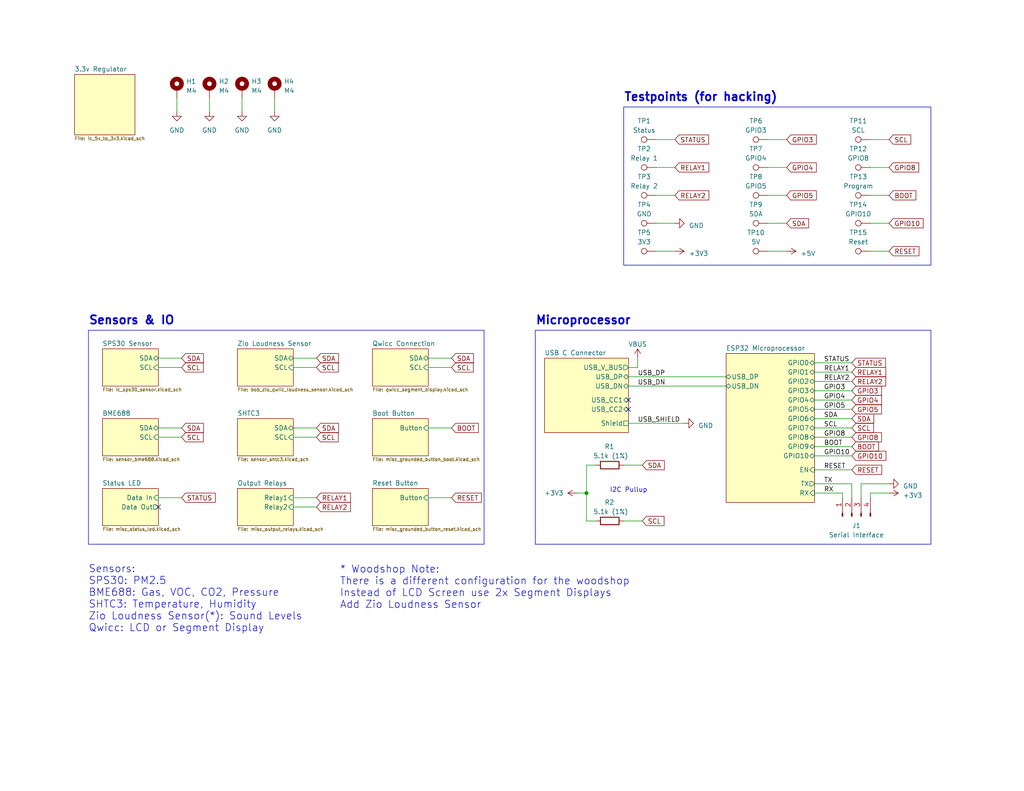
<source format=kicad_sch>
(kicad_sch (version 20230121) (generator eeschema)
  (paper "USLetter")
  (title_block (title "Kwartzlab Environmental Sensor") (date "2023-03-24") (rev "1") (company "Created By: Erin Reed (FireLabs - www.firelabs.ca)"))
  (lib_symbols
    (symbol "Connector:Conn_01x04_Pin" (pin_names (offset 1.016) hide)
      (property "Reference" "J" (at 0 5.08 0))
      (property "Value" "Conn_01x04_Pin" (at 0 -7.62 0))
      (symbol "Conn_01x04_Pin_1_1"
        (polyline (pts (xy 1.27 -5.08) (xy 0.8636 -5.08)) (stroke (width 0.1524)))
        (polyline (pts (xy 1.27 -2.54) (xy 0.8636 -2.54)) (stroke (width 0.1524)))
        (polyline (pts (xy 1.27 0) (xy 0.8636 0)) (stroke (width 0.1524)))
        (polyline (pts (xy 1.27 2.54) (xy 0.8636 2.54)) (stroke (width 0.1524)))
        (rectangle (start 0.8636 -4.953) (end 0 -5.207) (stroke (width 0.1524)) (fill (type outline)))
        (rectangle (start 0.8636 -2.413) (end 0 -2.667) (stroke (width 0.1524)) (fill (type outline)))
        (rectangle (start 0.8636 0.127) (end 0 -0.127) (stroke (width 0.1524)) (fill (type outline)))
        (rectangle (start 0.8636 2.667) (end 0 2.413) (stroke (width 0.1524)) (fill (type outline)))
        (pin passive line (at 5.08 2.54 180) (length 3.81) (name "Pin_1") (number "1"))
        (pin passive line (at 5.08 0 180) (length 3.81) (name "Pin_2") (number "2"))
        (pin passive line (at 5.08 -2.54 180) (length 3.81) (name "Pin_3") (number "3"))
        (pin passive line (at 5.08 -5.08 180) (length 3.81) (name "Pin_4") (number "4"))
      )
    )
    (symbol "Connector:TestPoint" (pin_numbers hide) (pin_names (offset 0.762) hide)
      (property "Reference" "TP" (at 0 6.858 0))
      (property "Value" "TestPoint" (at 0 5.08 0))
      (symbol "TestPoint_0_1"
        (circle (center 0 3.302) (radius 0.762))
      )
      (symbol "TestPoint_1_1"
        (pin passive line (at 0 0 90) (length 2.54) (name "1") (number "1"))
      )
    )
    (symbol "Device:R" (pin_numbers hide) (pin_names (offset 0))
      (property "Reference" "R" (at 2.032 0 90))
      (property "Value" "R" (at 0 0 90))
      (symbol "R_0_1"
        (rectangle (start -1.016 -2.54) (end 1.016 2.54) (stroke (width 0.254)))
      )
      (symbol "R_1_1"
        (pin passive line (at 0 3.81 270) (length 1.27) (name "~") (number "1"))
        (pin passive line (at 0 -3.81 90) (length 1.27) (name "~") (number "2"))
      )
    )
    (symbol "Mechanical:MountingHole_Pad" (pin_numbers hide) (pin_names (offset 1.016) hide)
      (property "Reference" "H" (at 0 6.35 0))
      (property "Value" "MountingHole_Pad" (at 0 4.445 0))
      (symbol "MountingHole_Pad_0_1"
        (circle (center 0 1.27) (radius 1.27) (stroke (width 1.27)))
      )
      (symbol "MountingHole_Pad_1_1"
        (pin input line (at 0 -2.54 90) (length 2.54) (name "1") (number "1"))
      )
    )
    (symbol "power:+3V3" (power) (pin_names (offset 0))
      (property "Value" "+3V3" (at 0 3.556 0))
      (symbol "+3V3_0_1"
        (polyline (pts (xy -0.762 1.27) (xy 0 2.54)))
        (polyline (pts (xy 0 0) (xy 0 2.54)))
        (polyline (pts (xy 0 2.54) (xy 0.762 1.27)))
      )
      (symbol "+3V3_1_1"
        (pin power_in line (at 0 0 90) (length 0) hide (name "+3V3") (number "1"))
      )
    )
    (symbol "power:+5V" (power) (pin_names (offset 0))
      (property "Value" "+5V" (at 0 3.556 0))
      (symbol "+5V_0_1"
        (polyline (pts (xy -0.762 1.27) (xy 0 2.54)))
        (polyline (pts (xy 0 0) (xy 0 2.54)))
        (polyline (pts (xy 0 2.54) (xy 0.762 1.27)))
      )
      (symbol "+5V_1_1"
        (pin power_in line (at 0 0 90) (length 0) hide (name "+5V") (number "1"))
      )
    )
    (symbol "power:GND" (power) (pin_names (offset 0))
      (property "Value" "GND" (at 0 -3.81 0))
      (symbol "GND_0_1"
        (polyline (pts (xy 0 0) (xy 0 -1.27) (xy 1.27 -1.27) (xy 0 -2.54) (xy -1.27 -1.27) (xy 0 -1.27)))
      )
      (symbol "GND_1_1"
        (pin power_in line (at 0 0 270) (length 0) hide (name "GND") (number "1"))
      )
    )
    (symbol "power:VUSB" (power) (pin_names (offset 0))
      (property "Value" "VUSB" (at 0 3.81 0))
      (symbol "VUSB_0_1"
        (polyline (pts (xy -0.762 1.27) (xy 0 2.54)))
        (polyline (pts (xy 0 0) (xy 0 2.54)))
        (polyline (pts (xy 0 2.54) (xy 0.762 1.27)))
      )
      (symbol "VUSB_1_1"
        (pin power_in line (at 0 0 90) (length 0) hide (name "VBUS") (number "1"))
      )
    )
  )
  (junction (at 160.02 134.62))
  (no_connect (at 171.45 109.22))
  (no_connect (at 43.18 138.43))
  (no_connect (at 171.45 111.76))
  (wire (pts (xy 74.93 26.67) (xy 74.93 30.48)))
  (wire (pts (xy 179.07 53.34) (xy 184.15 53.34)))
  (wire (pts (xy 222.25 106.68) (xy 232.41 106.68)))
  (wire (pts (xy 232.41 135.89) (xy 232.41 132.08)))
  (wire (pts (xy 57.15 26.67) (xy 57.15 30.48)))
  (wire (pts (xy 116.84 116.84) (xy 123.19 116.84)))
  (wire (pts (xy 116.84 135.89) (xy 123.19 135.89)))
  (wire (pts (xy 209.55 45.72) (xy 214.63 45.72)))
  (wire (pts (xy 222.25 99.06) (xy 232.41 99.06)))
  (wire (pts (xy 222.25 128.27) (xy 232.41 128.27)))
  (wire (pts (xy 229.87 135.89) (xy 229.87 134.62)))
  (wire (pts (xy 80.01 119.38) (xy 86.36 119.38)))
  (wire (pts (xy 179.07 38.1) (xy 184.15 38.1)))
  (wire (pts (xy 80.01 100.33) (xy 86.36 100.33)))
  (wire (pts (xy 222.25 111.76) (xy 232.41 111.76)))
  (wire (pts (xy 222.25 109.22) (xy 232.41 109.22)))
  (wire (pts (xy 237.49 134.62) (xy 242.57 134.62)))
  (wire (pts (xy 242.57 132.08) (xy 234.95 132.08)))
  (wire (pts (xy 43.18 97.79) (xy 49.53 97.79)))
  (wire (pts (xy 170.18 142.24) (xy 175.26 142.24)))
  (wire (pts (xy 237.49 53.34) (xy 242.57 53.34)))
  (wire (pts (xy 162.56 127) (xy 160.02 127)))
  (wire (pts (xy 48.26 26.67) (xy 48.26 30.48)))
  (wire (pts (xy 237.49 68.58) (xy 242.57 68.58)))
  (wire (pts (xy 173.99 97.79) (xy 173.99 100.33)))
  (wire (pts (xy 80.01 116.84) (xy 86.36 116.84)))
  (wire (pts (xy 222.25 116.84) (xy 232.41 116.84)))
  (wire (pts (xy 222.25 132.08) (xy 232.41 132.08)))
  (wire (pts (xy 160.02 127) (xy 160.02 134.62)))
  (wire (pts (xy 160.02 142.24) (xy 162.56 142.24)))
  (wire (pts (xy 80.01 138.43) (xy 86.36 138.43)))
  (wire (pts (xy 43.18 116.84) (xy 49.53 116.84)))
  (wire (pts (xy 179.07 45.72) (xy 184.15 45.72)))
  (wire (pts (xy 80.01 97.79) (xy 86.36 97.79)))
  (wire (pts (xy 116.84 100.33) (xy 123.19 100.33)))
  (wire (pts (xy 66.04 26.67) (xy 66.04 30.48)))
  (wire (pts (xy 43.18 135.89) (xy 49.53 135.89)))
  (wire (pts (xy 179.07 60.96) (xy 184.15 60.96)))
  (wire (pts (xy 80.01 135.89) (xy 86.36 135.89)))
  (wire (pts (xy 209.55 53.34) (xy 214.63 53.34)))
  (wire (pts (xy 222.25 121.92) (xy 232.41 121.92)))
  (wire (pts (xy 173.99 100.33) (xy 171.45 100.33)))
  (wire (pts (xy 157.48 134.62) (xy 160.02 134.62)))
  (wire (pts (xy 43.18 119.38) (xy 49.53 119.38)))
  (wire (pts (xy 222.25 101.6) (xy 232.41 101.6)))
  (wire (pts (xy 222.25 114.3) (xy 232.41 114.3)))
  (wire (pts (xy 237.49 45.72) (xy 242.57 45.72)))
  (wire (pts (xy 171.45 102.87) (xy 198.12 102.87)))
  (wire (pts (xy 209.55 60.96) (xy 214.63 60.96)))
  (wire (pts (xy 160.02 142.24) (xy 160.02 134.62)))
  (wire (pts (xy 179.07 68.58) (xy 184.15 68.58)))
  (wire (pts (xy 222.25 104.14) (xy 232.41 104.14)))
  (wire (pts (xy 237.49 60.96) (xy 242.57 60.96)))
  (wire (pts (xy 222.25 134.62) (xy 229.87 134.62)))
  (wire (pts (xy 170.18 127) (xy 175.26 127)))
  (wire (pts (xy 171.45 105.41) (xy 198.12 105.41)))
  (wire (pts (xy 116.84 97.79) (xy 123.19 97.79)))
  (wire (pts (xy 234.95 132.08) (xy 234.95 135.89)))
  (wire (pts (xy 171.45 115.57) (xy 186.69 115.57)))
  (wire (pts (xy 43.18 100.33) (xy 49.53 100.33)))
  (wire (pts (xy 209.55 68.58) (xy 214.63 68.58)))
  (wire (pts (xy 237.49 135.89) (xy 237.49 134.62)))
  (wire (pts (xy 237.49 38.1) (xy 242.57 38.1)))
  (wire (pts (xy 222.25 119.38) (xy 232.41 119.38)))
  (wire (pts (xy 222.25 124.46) (xy 232.41 124.46)))
  (wire (pts (xy 209.55 38.1) (xy 214.63 38.1)))
  (rectangle (start 170.18 29.21) (end 254 72.39))
  (rectangle (start 24.13 90.17) (end 132.08 148.59))
  (rectangle (start 146.05 90.17) (end 254 148.59))
  (text "* Woodshop Note:\nThere is a different configuration for the woodshop\nInstead of LCD Screen use 2x Segment Displays\nAdd Zio Loudness Sensor\n" (at 92.71 166.37 0) (effects (font (size 2 2)) (justify left bottom)))
  (text "Sensors & IO" (at 24.13 88.9 0) (effects (font (size 2.27 2.27) (thickness 0.454) bold) (justify left bottom)))
  (text "I2C Pullup" (at 166.37 134.62 0) (effects (font (size 1.27 1.27)) (justify left bottom)))
  (text "Microprocessor" (at 146.05 88.9 0) (effects (font (size 2.27 2.27) (thickness 0.454) bold) (justify left bottom)))
  (text "Testpoints (for hacking)" (at 170.18 27.94 0) (effects (font (size 2.27 2.27) (thickness 0.454) bold) (justify left bottom)))
  (text "Sensors:\nSPS30: PM2.5\nBME688: Gas, VOC, CO2, Pressure\nSHTC3: Temperature, Humidity\nZio Loudness Sensor(*): Sound Levels\nQwicc: LCD or Segment Display" (at 24.13 172.72 0) (effects (font (size 2 2)) (justify left bottom)))
  (label "RELAY2" (at 224.79 104.14 0))
  (label "GPIO3" (at 224.79 106.68 0))
  (label "TX" (at 224.79 132.08 0))
  (label "SDA" (at 224.79 114.3 0))
  (label "USB_DP" (at 173.99 102.87 0))
  (label "GPIO10" (at 224.79 124.46 0))
  (label "RX" (at 224.79 134.62 0))
  (label "USB_DN" (at 173.99 105.41 0))
  (label "STATUS" (at 224.79 99.06 0))
  (label "BOOT" (at 224.79 121.92 0))
  (label "GPIO4" (at 224.79 109.22 0))
  (label "RESET" (at 224.79 128.27 0))
  (label "USB_SHIELD" (at 173.99 115.57 0))
  (label "RELAY1" (at 224.79 101.6 0))
  (label "SCL" (at 224.79 116.84 0))
  (label "GPIO8" (at 224.79 119.38 0))
  (label "GPIO5" (at 224.79 111.76 0))
  (global_label "STATUS" (shape input) (at 49.53 135.89 0) (property "Intersheetrefs" "${INTERSHEET_REFS}" (effects hide)))
  (global_label "SCL" (shape input) (at 175.26 142.24 0) (property "Intersheetrefs" "${INTERSHEET_REFS}" (effects hide)))
  (global_label "RELAY1" (shape input) (at 232.41 101.6 0) (property "Intersheetrefs" "${INTERSHEET_REFS}" (effects hide)))
  (global_label "RELAY2" (shape input) (at 232.41 104.14 0) (property "Intersheetrefs" "${INTERSHEET_REFS}" (effects hide)))
  (global_label "GPIO4" (shape input) (at 232.41 109.22 0) (property "Intersheetrefs" "${INTERSHEET_REFS}" (effects hide)))
  (global_label "BOOT" (shape input) (at 123.19 116.84 0) (property "Intersheetrefs" "${INTERSHEET_REFS}" (effects hide)))
  (global_label "SDA" (shape input) (at 175.26 127 0) (property "Intersheetrefs" "${INTERSHEET_REFS}" (effects hide)))
  (global_label "GPIO3" (shape input) (at 214.63 38.1 0) (property "Intersheetrefs" "${INTERSHEET_REFS}" (effects hide)))
  (global_label "GPIO8" (shape input) (at 242.57 45.72 0) (property "Intersheetrefs" "${INTERSHEET_REFS}" (effects hide)))
  (global_label "GPIO4" (shape input) (at 214.63 45.72 0) (property "Intersheetrefs" "${INTERSHEET_REFS}" (effects hide)))
  (global_label "GPIO8" (shape input) (at 232.41 119.38 0) (property "Intersheetrefs" "${INTERSHEET_REFS}" (effects hide)))
  (global_label "SDA" (shape input) (at 232.41 114.3 0) (property "Intersheetrefs" "${INTERSHEET_REFS}" (effects hide)))
  (global_label "SCL" (shape input) (at 49.53 119.38 0) (property "Intersheetrefs" "${INTERSHEET_REFS}" (effects hide)))
  (global_label "STATUS" (shape input) (at 232.41 99.06 0) (property "Intersheetrefs" "${INTERSHEET_REFS}" (effects hide)))
  (global_label "GPIO10" (shape input) (at 232.41 124.46 0) (property "Intersheetrefs" "${INTERSHEET_REFS}" (effects hide)))
  (global_label "RESET" (shape input) (at 232.41 128.27 0) (property "Intersheetrefs" "${INTERSHEET_REFS}" (effects hide)))
  (global_label "RELAY1" (shape input) (at 86.36 135.89 0) (property "Intersheetrefs" "${INTERSHEET_REFS}" (effects hide)))
  (global_label "SCL" (shape input) (at 86.36 119.38 0) (property "Intersheetrefs" "${INTERSHEET_REFS}" (effects hide)))
  (global_label "RELAY2" (shape input) (at 184.15 53.34 0) (property "Intersheetrefs" "${INTERSHEET_REFS}" (effects hide)))
  (global_label "SDA" (shape input) (at 49.53 97.79 0) (property "Intersheetrefs" "${INTERSHEET_REFS}" (effects hide)))
  (global_label "GPIO3" (shape input) (at 232.41 106.68 0) (property "Intersheetrefs" "${INTERSHEET_REFS}" (effects hide)))
  (global_label "BOOT" (shape input) (at 232.41 121.92 0) (property "Intersheetrefs" "${INTERSHEET_REFS}" (effects hide)))
  (global_label "RESET" (shape input) (at 242.57 68.58 0) (property "Intersheetrefs" "${INTERSHEET_REFS}" (effects hide)))
  (global_label "SDA" (shape input) (at 86.36 97.79 0) (property "Intersheetrefs" "${INTERSHEET_REFS}" (effects hide)))
  (global_label "SDA" (shape input) (at 86.36 116.84 0) (property "Intersheetrefs" "${INTERSHEET_REFS}" (effects hide)))
  (global_label "SCL" (shape input) (at 232.41 116.84 0) (property "Intersheetrefs" "${INTERSHEET_REFS}" (effects hide)))
  (global_label "BOOT" (shape input) (at 242.57 53.34 0) (property "Intersheetrefs" "${INTERSHEET_REFS}" (effects hide)))
  (global_label "GPIO5" (shape input) (at 232.41 111.76 0) (property "Intersheetrefs" "${INTERSHEET_REFS}" (effects hide)))
  (global_label "GPIO5" (shape input) (at 214.63 53.34 0) (property "Intersheetrefs" "${INTERSHEET_REFS}" (effects hide)))
  (global_label "GPIO10" (shape input) (at 242.57 60.96 0) (property "Intersheetrefs" "${INTERSHEET_REFS}" (effects hide)))
  (global_label "SDA" (shape input) (at 49.53 116.84 0) (property "Intersheetrefs" "${INTERSHEET_REFS}" (effects hide)))
  (global_label "STATUS" (shape input) (at 184.15 38.1 0) (property "Intersheetrefs" "${INTERSHEET_REFS}" (effects hide)))
  (global_label "SDA" (shape input) (at 123.19 97.79 0) (property "Intersheetrefs" "${INTERSHEET_REFS}" (effects hide)))
  (global_label "RELAY2" (shape input) (at 86.36 138.43 0) (property "Intersheetrefs" "${INTERSHEET_REFS}" (effects hide)))
  (global_label "RESET" (shape input) (at 123.19 135.89 0) (property "Intersheetrefs" "${INTERSHEET_REFS}" (effects hide)))
  (global_label "SCL" (shape input) (at 49.53 100.33 0) (property "Intersheetrefs" "${INTERSHEET_REFS}" (effects hide)))
  (global_label "SCL" (shape input) (at 242.57 38.1 0) (property "Intersheetrefs" "${INTERSHEET_REFS}" (effects hide)))
  (global_label "SDA" (shape input) (at 214.63 60.96 0) (property "Intersheetrefs" "${INTERSHEET_REFS}" (effects hide)))
  (global_label "RELAY1" (shape input) (at 184.15 45.72 0) (property "Intersheetrefs" "${INTERSHEET_REFS}" (effects hide)))
  (global_label "SCL" (shape input) (at 86.36 100.33 0) (property "Intersheetrefs" "${INTERSHEET_REFS}" (effects hide)))
  (global_label "SCL" (shape input) (at 123.19 100.33 0) (property "Intersheetrefs" "${INTERSHEET_REFS}" (effects hide)))
  (symbol (lib_id "Connector:TestPoint") (at 179.07 53.34 90) (unit 1)
    (property "Reference" "TP3" (at 175.768 48.26 90))
    (property "Value" "Relay 2" (at 175.768 50.8 90))
    (property "Footprint" "TestPoint:TestPoint_Pad_D1.0mm" (effects hide))
  )
  (symbol (lib_id "Connector:TestPoint") (at 179.07 45.72 90) (unit 1)
    (property "Reference" "TP2" (at 175.768 40.64 90))
    (property "Value" "Relay 1" (at 175.768 43.18 90))
    (property "Footprint" "TestPoint:TestPoint_Pad_D1.0mm" (effects hide))
  )
  (symbol (lib_id "Connector:Conn_01x04_Pin") (at 232.41 140.97 90) (unit 1)
    (property "Reference" "J1" (at 233.68 143.51 90))
    (property "Value" "Serial Interface" (at 233.68 146.05 90))
    (property "Footprint" "Connector_PinHeader_2.54mm:PinHeader_1x04_P2.54mm_Vertical" (effects hide))
  )
  (symbol (lib_id "Mechanical:MountingHole_Pad") (at 66.04 24.13 0) (unit 1)
    (property "Reference" "H3" (at 68.58 22.225 0) (effects (justify left)))
    (property "Value" "M4" (at 68.58 24.765 0) (effects (justify left)))
    (property "Footprint" "MountingHole:MountingHole_4.3mm_M4_Pad_Via" (effects hide))
  )
  (symbol (lib_id "Device:R") (at 166.37 142.24 90) (unit 1)
    (property "Reference" "R2" (at 167.64 137.16 90) (effects (justify left)))
    (property "Value" "5.1k (1%)" (at 171.45 139.7 90) (effects (justify left)))
    (property "Footprint" "PCM_Resistor_SMD_AKL:R_0603_1608Metric" (effects hide))
  )
  (symbol (lib_id "power:GND") (at 184.15 60.96 90) (unit 1)
    (property "Reference" "#PWR07" (effects hide))
    (property "Value" "GND" (at 187.96 61.595 90) (effects (justify right)))
  )
  (symbol (lib_id "power:GND") (at 242.57 132.08 90) (unit 1)
    (property "Reference" "#PWR011" (effects hide))
    (property "Value" "GND" (at 246.38 132.715 90) (effects (justify right)))
  )
  (symbol (lib_id "Connector:TestPoint") (at 179.07 38.1 90) (unit 1)
    (property "Reference" "TP1" (at 175.768 33.02 90))
    (property "Value" "Status" (at 175.768 35.56 90))
    (property "Footprint" "TestPoint:TestPoint_Pad_D1.0mm" (effects hide))
  )
  (symbol (lib_id "power:GND") (at 186.69 115.57 90) (unit 1)
    (property "Reference" "#PWR09" (effects hide))
    (property "Value" "GND" (at 190.5 116.205 90) (effects (justify right)))
  )
  (symbol (lib_id "Connector:TestPoint") (at 209.55 53.34 90) (unit 1)
    (property "Reference" "TP8" (at 206.248 48.26 90))
    (property "Value" "GPIO5" (at 206.248 50.8 90))
    (property "Footprint" "TestPoint:TestPoint_Pad_D1.0mm" (effects hide))
  )
  (symbol (lib_id "power:VUSB") (at 173.99 97.79 0) (unit 1)
    (property "Reference" "#PWR06" (effects hide))
    (property "Value" "VUSB" (at 173.99 93.98 0))
  )
  (symbol (lib_id "Connector:TestPoint") (at 237.49 60.96 90) (unit 1)
    (property "Reference" "TP14" (at 234.188 55.88 90))
    (property "Value" "GPIO10" (at 234.188 58.42 90))
    (property "Footprint" "TestPoint:TestPoint_Pad_D1.0mm" (effects hide))
  )
  (symbol (lib_id "Connector:TestPoint") (at 237.49 53.34 90) (unit 1)
    (property "Reference" "TP13" (at 234.188 48.26 90))
    (property "Value" "Program" (at 234.188 50.8 90))
    (property "Footprint" "TestPoint:TestPoint_Pad_D1.0mm" (effects hide))
  )
  (symbol (lib_id "Mechanical:MountingHole_Pad") (at 74.93 24.13 0) (unit 1)
    (property "Reference" "H4" (at 77.47 22.225 0) (effects (justify left)))
    (property "Value" "M4" (at 77.47 24.765 0) (effects (justify left)))
    (property "Footprint" "MountingHole:MountingHole_4.3mm_M4_Pad_Via" (effects hide))
  )
  (symbol (lib_id "Connector:TestPoint") (at 237.49 38.1 90) (unit 1)
    (property "Reference" "TP11" (at 234.188 33.02 90))
    (property "Value" "SCL" (at 234.188 35.56 90))
    (property "Footprint" "TestPoint:TestPoint_Pad_D1.0mm" (effects hide))
  )
  (symbol (lib_id "power:+5V") (at 214.63 68.58 270) (unit 1)
    (property "Reference" "#PWR010" (effects hide))
    (property "Value" "+5V" (at 218.44 69.215 90) (effects (justify left)))
  )
  (symbol (lib_id "Connector:TestPoint") (at 209.55 60.96 90) (unit 1)
    (property "Reference" "TP9" (at 206.248 55.88 90))
    (property "Value" "SDA" (at 206.248 58.42 90))
    (property "Footprint" "TestPoint:TestPoint_Pad_D1.0mm" (effects hide))
  )
  (symbol (lib_id "power:GND") (at 48.26 30.48 0) (unit 1)
    (property "Reference" "#PWR01" (effects hide))
    (property "Value" "GND" (at 48.26 35.56 0))
  )
  (symbol (lib_id "power:GND") (at 74.93 30.48 0) (unit 1)
    (property "Reference" "#PWR04" (effects hide))
    (property "Value" "GND" (at 74.93 35.56 0))
  )
  (symbol (lib_id "power:GND") (at 57.15 30.48 0) (unit 1)
    (property "Reference" "#PWR02" (effects hide))
    (property "Value" "GND" (at 57.15 35.56 0))
  )
  (symbol (lib_id "Connector:TestPoint") (at 237.49 68.58 90) (unit 1)
    (property "Reference" "TP15" (at 234.188 63.5 90))
    (property "Value" "Reset" (at 234.188 66.04 90))
    (property "Footprint" "TestPoint:TestPoint_Pad_D1.0mm" (effects hide))
  )
  (symbol (lib_id "Mechanical:MountingHole_Pad") (at 57.15 24.13 0) (unit 1)
    (property "Reference" "H2" (at 59.69 22.225 0) (effects (justify left)))
    (property "Value" "M4" (at 59.69 24.765 0) (effects (justify left)))
    (property "Footprint" "MountingHole:MountingHole_4.3mm_M4_Pad_Via" (effects hide))
  )
  (symbol (lib_id "power:GND") (at 66.04 30.48 0) (unit 1)
    (property "Reference" "#PWR03" (effects hide))
    (property "Value" "GND" (at 66.04 35.56 0))
  )
  (symbol (lib_id "power:+3V3") (at 242.57 134.62 270) (unit 1)
    (property "Reference" "#PWR012" (effects hide))
    (property "Value" "+3V3" (at 246.38 135.255 90) (effects (justify left)))
  )
  (symbol (lib_id "Device:R") (at 166.37 127 90) (unit 1)
    (property "Reference" "R1" (at 167.64 121.92 90) (effects (justify left)))
    (property "Value" "5.1k (1%)" (at 171.45 124.46 90) (effects (justify left)))
    (property "Footprint" "PCM_Resistor_SMD_AKL:R_0603_1608Metric" (effects hide))
  )
  (symbol (lib_id "Connector:TestPoint") (at 209.55 45.72 90) (unit 1)
    (property "Reference" "TP7" (at 206.248 40.64 90))
    (property "Value" "GPIO4" (at 206.248 43.18 90))
    (property "Footprint" "TestPoint:TestPoint_Pad_D1.0mm" (effects hide))
  )
  (symbol (lib_id "Connector:TestPoint") (at 179.07 68.58 90) (unit 1)
    (property "Reference" "TP5" (at 175.768 63.5 90))
    (property "Value" "3V3" (at 175.768 66.04 90))
    (property "Footprint" "TestPoint:TestPoint_Pad_D1.0mm" (effects hide))
  )
  (symbol (lib_id "Connector:TestPoint") (at 209.55 68.58 90) (unit 1)
    (property "Reference" "TP10" (at 206.248 63.5 90))
    (property "Value" "5V" (at 206.248 66.04 90))
    (property "Footprint" "TestPoint:TestPoint_Pad_D1.0mm" (effects hide))
  )
  (symbol (lib_id "Connector:TestPoint") (at 179.07 60.96 90) (unit 1)
    (property "Reference" "TP4" (at 175.768 55.88 90))
    (property "Value" "GND" (at 175.768 58.42 90))
    (property "Footprint" "TestPoint:TestPoint_Pad_D1.0mm" (effects hide))
  )
  (symbol (lib_id "Mechanical:MountingHole_Pad") (at 48.26 24.13 0) (unit 1)
    (property "Reference" "H1" (at 50.8 22.225 0) (effects (justify left)))
    (property "Value" "M4" (at 50.8 24.765 0) (effects (justify left)))
    (property "Footprint" "MountingHole:MountingHole_4.3mm_M4_Pad_Via" (effects hide))
  )
  (symbol (lib_id "Connector:TestPoint") (at 237.49 45.72 90) (unit 1)
    (property "Reference" "TP12" (at 234.188 40.64 90))
    (property "Value" "GPIO8" (at 234.188 43.18 90))
    (property "Footprint" "TestPoint:TestPoint_Pad_D1.0mm" (effects hide))
  )
  (symbol (lib_id "power:+3V3") (at 184.15 68.58 270) (unit 1)
    (property "Reference" "#PWR08" (effects hide))
    (property "Value" "+3V3" (at 187.96 69.215 90) (effects (justify left)))
  )
  (symbol (lib_id "Connector:TestPoint") (at 209.55 38.1 90) (unit 1)
    (property "Reference" "TP6" (at 206.248 33.02 90))
    (property "Value" "GPIO3" (at 206.248 35.56 90))
    (property "Footprint" "TestPoint:TestPoint_Pad_D1.0mm" (effects hide))
  )
  (symbol (lib_id "power:+3V3") (at 157.48 134.62 90) (unit 1)
    (property "Reference" "#PWR05" (effects hide))
    (property "Value" "+3V3" (at 151.13 134.62 90))
  )
  (sheet (at 101.6 114.3) (size 15.24 10.16) (stroke (width 0.1524)) (fill (color 255 255 194 1.0000))
    (property "Sheetname" "Boot Button" (at 101.6 113.5884 0) (effects (justify left bottom)))
    (property "Sheetfile" "misc_grounded_button_boot.kicad_sch" (at 101.6 124.8966 0) (effects (font (size 0.9 0.9)) (justify left top)))
    (pin "Button" input (at 116.84 116.84 0))
  )
  (sheet (at 101.6 95.25) (size 15.24 10.16) (stroke (width 0.1524)) (fill (color 255 255 194 1.0000))
    (property "Sheetname" "Qwicc Connection" (at 101.6 94.5384 0) (effects (justify left bottom)))
    (property "Sheetfile" "qwicc_segment_display.kicad_sch" (at 101.6 105.8466 0) (effects (font (size 0.9 0.9)) (justify left top)))
    (pin "SCL" input (at 116.84 100.33 0))
    (pin "SDA" bidirectional (at 116.84 97.79 0))
  )
  (sheet (at 198.12 96.52) (size 24.13 40.64) (stroke (width 0.1524)) (fill (color 255 255 194 1.0000))
    (property "Sheetname" "ESP32 Microprocessor" (at 198.12 95.8084 0) (effects (justify left bottom)))
    (property "Sheetfile" "ic_esp32_c3_mini.kicad_sch" (effects hide))
    (pin "GPIO0" bidirectional (at 222.25 99.06 0))
    (pin "GPIO8" bidirectional (at 222.25 119.38 0))
    (pin "GPIO10" bidirectional (at 222.25 124.46 0))
    (pin "GPIO7" bidirectional (at 222.25 116.84 0))
    (pin "GPIO6" bidirectional (at 222.25 114.3 0))
    (pin "GPIO4" bidirectional (at 222.25 109.22 0))
    (pin "GPIO5" bidirectional (at 222.25 111.76 0))
    (pin "GPIO9" bidirectional (at 222.25 121.92 0))
    (pin "USB_DP" bidirectional (at 198.12 102.87 180))
    (pin "TX" output (at 222.25 132.08 0))
    (pin "RX" input (at 222.25 134.62 0))
    (pin "USB_DN" bidirectional (at 198.12 105.41 180))
    (pin "GPIO2" bidirectional (at 222.25 104.14 0))
    (pin "EN" input (at 222.25 128.27 0))
    (pin "GPIO3" bidirectional (at 222.25 106.68 0))
    (pin "GPIO1" bidirectional (at 222.25 101.6 0))
  )
  (sheet (at 27.94 95.25) (size 15.24 10.16) (stroke (width 0.1524)) (fill (color 255 255 194 1.0000))
    (property "Sheetname" "SPS30 Sensor" (at 27.94 94.5384 0) (effects (justify left bottom)))
    (property "Sheetfile" "ic_sps30_sensor.kicad_sch" (at 27.94 105.8466 0) (effects (font (size 0.9 0.9)) (justify left top)))
    (pin "SCL" input (at 43.18 100.33 0))
    (pin "SDA" bidirectional (at 43.18 97.79 0))
  )
  (sheet (at 20.32 20.32) (size 16.51 16.51) (stroke (width 0.1524)) (fill (color 255 255 194 1.0000))
    (property "Sheetname" "3.3v Regulator" (at 20.32 19.6084 0) (effects (justify left bottom)))
    (property "Sheetfile" "ic_5v_to_3v3.kicad_sch" (at 20.32 37.2666 0) (effects (font (size 0.9 0.9)) (justify left top)))
  )
  (sheet (at 64.77 114.3) (size 15.24 10.16) (stroke (width 0.1524)) (fill (color 255 255 194 1.0000))
    (property "Sheetname" "SHTC3" (at 64.77 113.5884 0) (effects (justify left bottom)))
    (property "Sheetfile" "sensor_shtc3.kicad_sch" (at 64.77 124.8966 0) (effects (font (size 0.9 0.9)) (justify left top)))
    (pin "SDA" bidirectional (at 80.01 116.84 0))
    (pin "SCL" input (at 80.01 119.38 0))
  )
  (sheet (at 27.94 114.3) (size 15.24 10.16) (stroke (width 0.1524)) (fill (color 255 255 194 1.0000))
    (property "Sheetname" "BME688" (at 27.94 113.5884 0) (effects (justify left bottom)))
    (property "Sheetfile" "sensor_bme688.kicad_sch" (at 27.94 124.8966 0) (effects (font (size 0.9 0.9)) (justify left top)))
    (pin "SDA" bidirectional (at 43.18 116.84 0))
    (pin "SCL" input (at 43.18 119.38 0))
  )
  (sheet (at 101.6 133.35) (size 15.24 10.16) (stroke (width 0.1524)) (fill (color 255 255 194 1.0000))
    (property "Sheetname" "Reset Button" (at 101.6 132.6384 0) (effects (justify left bottom)))
    (property "Sheetfile" "misc_grounded_button_reset.kicad_sch" (at 101.6 143.9466 0) (effects (font (size 0.9 0.9)) (justify left top)))
    (pin "Button" input (at 116.84 135.89 0))
  )
  (sheet (at 64.77 95.25) (size 15.24 10.16) (stroke (width 0.1524)) (fill (color 255 255 194 1.0000))
    (property "Sheetname" "Zio Loudness Sensor" (at 64.77 94.5384 0) (effects (justify left bottom)))
    (property "Sheetfile" "bob_zio_qwiic_loudness_sensor.kicad_sch" (at 64.77 105.8466 0) (effects (font (size 0.9 0.9)) (justify left top)))
    (pin "SCL" input (at 80.01 100.33 0))
    (pin "SDA" bidirectional (at 80.01 97.79 0))
  )
  (sheet (at 148.59 97.79) (size 22.86 20.32) (stroke (width 0.1524)) (fill (color 255 255 194 1.0000))
    (property "Sheetname" "USB C Connector" (at 148.59 97.0784 0) (effects (justify left bottom)))
    (property "Sheetfile" "connector_usb_c.kicad_sch" (effects hide))
    (pin "USB_DP" bidirectional (at 171.45 102.87 0))
    (pin "USB_CC1" bidirectional (at 171.45 109.22 0))
    (pin "USB_V_BUS" output (at 171.45 100.33 0))
    (pin "USB_CC2" bidirectional (at 171.45 111.76 0))
    (pin "USB_DN" bidirectional (at 171.45 105.41 0))
    (pin "Shield" passive (at 171.45 115.57 0))
  )
  (sheet (at 64.77 133.35) (size 15.24 10.16) (stroke (width 0.1524)) (fill (color 255 255 194 1.0000))
    (property "Sheetname" "Output Relays" (at 64.77 132.6384 0) (effects (justify left bottom)))
    (property "Sheetfile" "misc_output_relays.kicad_sch" (at 64.77 143.9466 0) (effects (font (size 0.9 0.9)) (justify left top)))
    (pin "Relay1" input (at 80.01 135.89 0))
    (pin "Relay2" input (at 80.01 138.43 0))
  )
  (sheet (at 27.94 133.35) (size 15.24 10.16) (stroke (width 0.1524)) (fill (color 255 255 194 1.0000))
    (property "Sheetname" "Status LED" (at 27.94 132.6384 0) (effects (justify left bottom)))
    (property "Sheetfile" "misc_status_led.kicad_sch" (at 27.94 143.9466 0) (effects (font (size 0.9 0.9)) (justify left top)))
    (pin "Data In" input (at 43.18 135.89 0))
    (pin "Data Out" output (at 43.18 138.43 0))
  )
)
</source>
